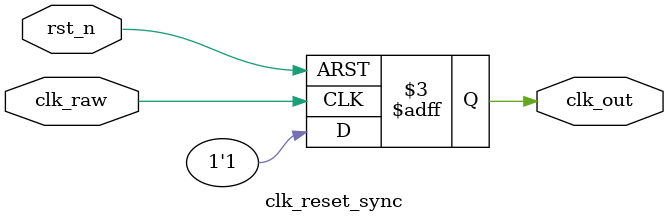
<source format=sv>
module basic_clock_gen(
    output wire clk_out,
    input wire rst_n
);
    parameter HALF_PERIOD = 5;

    wire clk_gen_out;
    wire clk_rst_out;

    // Clock toggling submodule
    clk_toggler #(
        .HALF_PERIOD(HALF_PERIOD)
    ) u_clk_toggler (
        .clk_raw(clk_gen_out)
    );

    // Asynchronous reset synchronizer submodule
    clk_reset_sync u_clk_reset_sync (
        .clk_raw(clk_gen_out),
        .rst_n(rst_n),
        .clk_out(clk_rst_out)
    );

    assign clk_out = clk_rst_out;

endmodule

// -----------------------------------------------------------------------------
// clk_toggler: Generates a free-running clock by toggling every HALF_PERIOD
// Optimized for simulation efficiency and hardware clarity
// -----------------------------------------------------------------------------
module clk_toggler #(
    parameter HALF_PERIOD = 5
)(
    output reg clk_raw
);
    initial clk_raw = 1'b0;

    always begin
        #(HALF_PERIOD) clk_raw = ~clk_raw;
    end
endmodule

// -----------------------------------------------------------------------------
// clk_reset_sync: Handles asynchronous reset for the generated clock
// Optimized comparison and assignment logic
// -----------------------------------------------------------------------------
module clk_reset_sync(
    input wire clk_raw,
    input wire rst_n,
    output reg clk_out
);
    always @(posedge clk_raw or negedge rst_n) begin
        if (rst_n == 1'b0) begin
            clk_out <= 1'b0;
        end else begin
            clk_out <= 1'b1;
        end
    end
endmodule
</source>
